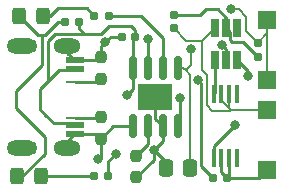
<source format=gbr>
%TF.GenerationSoftware,KiCad,Pcbnew,6.0.11+dfsg-1~bpo11+1*%
%TF.CreationDate,2023-03-12T17:24:38+00:00*%
%TF.ProjectId,tp4056,74703430-3536-42e6-9b69-6361645f7063,rev?*%
%TF.SameCoordinates,Original*%
%TF.FileFunction,Copper,L1,Top*%
%TF.FilePolarity,Positive*%
%FSLAX46Y46*%
G04 Gerber Fmt 4.6, Leading zero omitted, Abs format (unit mm)*
G04 Created by KiCad (PCBNEW 6.0.11+dfsg-1~bpo11+1) date 2023-03-12 17:24:38*
%MOMM*%
%LPD*%
G01*
G04 APERTURE LIST*
G04 Aperture macros list*
%AMRoundRect*
0 Rectangle with rounded corners*
0 $1 Rounding radius*
0 $2 $3 $4 $5 $6 $7 $8 $9 X,Y pos of 4 corners*
0 Add a 4 corners polygon primitive as box body*
4,1,4,$2,$3,$4,$5,$6,$7,$8,$9,$2,$3,0*
0 Add four circle primitives for the rounded corners*
1,1,$1+$1,$2,$3*
1,1,$1+$1,$4,$5*
1,1,$1+$1,$6,$7*
1,1,$1+$1,$8,$9*
0 Add four rect primitives between the rounded corners*
20,1,$1+$1,$2,$3,$4,$5,0*
20,1,$1+$1,$4,$5,$6,$7,0*
20,1,$1+$1,$6,$7,$8,$9,0*
20,1,$1+$1,$8,$9,$2,$3,0*%
G04 Aperture macros list end*
%TA.AperFunction,ComponentPad*%
%ADD10R,1.500000X1.500000*%
%TD*%
%TA.AperFunction,SMDPad,CuDef*%
%ADD11RoundRect,0.160000X-0.160000X0.197500X-0.160000X-0.197500X0.160000X-0.197500X0.160000X0.197500X0*%
%TD*%
%TA.AperFunction,SMDPad,CuDef*%
%ADD12R,3.000000X2.290000*%
%TD*%
%TA.AperFunction,SMDPad,CuDef*%
%ADD13RoundRect,0.150000X0.150000X-0.825000X0.150000X0.825000X-0.150000X0.825000X-0.150000X-0.825000X0*%
%TD*%
%TA.AperFunction,SMDPad,CuDef*%
%ADD14RoundRect,0.160000X-0.197500X-0.160000X0.197500X-0.160000X0.197500X0.160000X-0.197500X0.160000X0*%
%TD*%
%TA.AperFunction,SMDPad,CuDef*%
%ADD15RoundRect,0.155000X-0.155000X0.212500X-0.155000X-0.212500X0.155000X-0.212500X0.155000X0.212500X0*%
%TD*%
%TA.AperFunction,SMDPad,CuDef*%
%ADD16RoundRect,0.237500X-0.237500X0.250000X-0.237500X-0.250000X0.237500X-0.250000X0.237500X0.250000X0*%
%TD*%
%TA.AperFunction,SMDPad,CuDef*%
%ADD17RoundRect,0.250000X0.325000X0.450000X-0.325000X0.450000X-0.325000X-0.450000X0.325000X-0.450000X0*%
%TD*%
%TA.AperFunction,SMDPad,CuDef*%
%ADD18R,0.400000X1.560000*%
%TD*%
%TA.AperFunction,SMDPad,CuDef*%
%ADD19RoundRect,0.250000X0.337500X0.475000X-0.337500X0.475000X-0.337500X-0.475000X0.337500X-0.475000X0*%
%TD*%
%TA.AperFunction,SMDPad,CuDef*%
%ADD20R,1.500000X0.520000*%
%TD*%
%TA.AperFunction,SMDPad,CuDef*%
%ADD21R,1.500000X0.270000*%
%TD*%
%TA.AperFunction,ComponentPad*%
%ADD22O,2.600000X1.300000*%
%TD*%
%TA.AperFunction,ComponentPad*%
%ADD23O,2.300000X1.300000*%
%TD*%
%TA.AperFunction,SMDPad,CuDef*%
%ADD24RoundRect,0.155000X0.212500X0.155000X-0.212500X0.155000X-0.212500X-0.155000X0.212500X-0.155000X0*%
%TD*%
%TA.AperFunction,SMDPad,CuDef*%
%ADD25RoundRect,0.160000X0.197500X0.160000X-0.197500X0.160000X-0.197500X-0.160000X0.197500X-0.160000X0*%
%TD*%
%TA.AperFunction,SMDPad,CuDef*%
%ADD26RoundRect,0.237500X0.237500X-0.250000X0.237500X0.250000X-0.237500X0.250000X-0.237500X-0.250000X0*%
%TD*%
%TA.AperFunction,SMDPad,CuDef*%
%ADD27R,0.650000X1.560000*%
%TD*%
%TA.AperFunction,ViaPad*%
%ADD28C,0.800000*%
%TD*%
%TA.AperFunction,Conductor*%
%ADD29C,0.250000*%
%TD*%
%TA.AperFunction,Conductor*%
%ADD30C,0.200000*%
%TD*%
G04 APERTURE END LIST*
D10*
%TO.P,J7,1,Pin_1*%
%TO.N,BAT+*%
X150990000Y-93049840D03*
%TD*%
%TO.P,J6,1,Pin_1*%
%TO.N,BAT+*%
X150990000Y-87979840D03*
%TD*%
%TO.P,J5,1,Pin_1*%
%TO.N,GND*%
X150990000Y-100680000D03*
%TD*%
%TO.P,J4,1,Pin_1*%
%TO.N,BAT-*%
X150990000Y-95600000D03*
%TD*%
D11*
%TO.P,R5,1*%
%TO.N,BAT+*%
X150190000Y-89870000D03*
%TO.P,R5,2*%
%TO.N,Net-(C2-Pad1)*%
X150190000Y-91065000D03*
%TD*%
D12*
%TO.P,U1,9,PP*%
%TO.N,GND*%
X141510000Y-94480000D03*
D13*
%TO.P,U1,8,CE*%
%TO.N,VIN*%
X139605000Y-92005000D03*
%TO.P,U1,7,~{CHRG}*%
%TO.N,Net-(R1-Pad2)*%
X140875000Y-92005000D03*
%TO.P,U1,6,~{STDBY}*%
%TO.N,Net-(R2-Pad2)*%
X142145000Y-92005000D03*
%TO.P,U1,5,BAT*%
%TO.N,BAT+*%
X143415000Y-92005000D03*
%TO.P,U1,4,VCC*%
%TO.N,VIN*%
X143415000Y-96955000D03*
%TO.P,U1,3,GND*%
%TO.N,GND*%
X142145000Y-96955000D03*
%TO.P,U1,2,PROG*%
%TO.N,Net-(R3-Pad1)*%
X140875000Y-96955000D03*
%TO.P,U1,1,TEMP*%
%TO.N,GND*%
X139605000Y-96955000D03*
%TD*%
D14*
%TO.P,R2,2*%
%TO.N,Net-(R2-Pad2)*%
X137560000Y-87600000D03*
%TO.P,R2,1*%
%TO.N,Net-(D2-Pad1)*%
X136365000Y-87600000D03*
%TD*%
D15*
%TO.P,C2,1*%
%TO.N,Net-(C2-Pad1)*%
X143080000Y-87545000D03*
%TO.P,C2,2*%
%TO.N,BAT-*%
X143080000Y-88680000D03*
%TD*%
D16*
%TO.P,R8,1*%
%TO.N,Net-(P1-PadA8)*%
X136880000Y-96200000D03*
%TO.P,R8,2*%
%TO.N,GND*%
X136880000Y-98025000D03*
%TD*%
D17*
%TO.P,D2,2,A*%
%TO.N,Net-(D1-Pad2)*%
X129945000Y-87610000D03*
%TO.P,D2,1,K*%
%TO.N,Net-(D2-Pad1)*%
X131995000Y-87610000D03*
%TD*%
D18*
%TO.P,U4,1,D*%
%TO.N,unconnected-(U4-Pad1)*%
X148410000Y-94213000D03*
%TO.P,U4,2,S*%
%TO.N,BAT-*%
X147760000Y-94213000D03*
%TO.P,U4,3,S*%
X147100000Y-94213000D03*
%TO.P,U4,4,G*%
%TO.N,/G1*%
X146450000Y-94213000D03*
%TO.P,U4,5,G*%
%TO.N,Net-(U2-Pad3)*%
X146450000Y-99627000D03*
%TO.P,U4,6,S*%
%TO.N,GND*%
X147100000Y-99627000D03*
%TO.P,U4,7,S*%
X147760000Y-99627000D03*
%TO.P,U4,8,D*%
%TO.N,unconnected-(U4-Pad8)*%
X148410000Y-99627000D03*
%TD*%
D19*
%TO.P,C1,2*%
%TO.N,GND*%
X142382500Y-100520000D03*
%TO.P,C1,1*%
%TO.N,BAT+*%
X144457500Y-100520000D03*
%TD*%
D14*
%TO.P,R1,2*%
%TO.N,Net-(R1-Pad2)*%
X137547500Y-101190000D03*
%TO.P,R1,1*%
%TO.N,Net-(D1-Pad1)*%
X136352500Y-101190000D03*
%TD*%
D20*
%TO.P,P1,A1,GND*%
%TO.N,GND*%
X134692000Y-91380000D03*
%TO.P,P1,A4,VBUS*%
%TO.N,VIN*%
X134692000Y-92130000D03*
D21*
%TO.P,P1,A8,SBU1*%
%TO.N,Net-(P1-PadA8)*%
X134692000Y-96230000D03*
D20*
%TO.P,P1,A9,VBUS*%
%TO.N,VIN*%
X134692000Y-96830000D03*
%TO.P,P1,A12,GND*%
%TO.N,GND*%
X134692000Y-97580000D03*
D21*
%TO.P,P1,B8,SBU2*%
%TO.N,Net-(P1-PadB8)*%
X134692000Y-93210000D03*
D22*
%TO.P,P1,S1,SHIELD*%
%TO.N,GND*%
X130240000Y-98800000D03*
X130240000Y-90160000D03*
D23*
X134065000Y-98800000D03*
X134065000Y-90160000D03*
%TD*%
D14*
%TO.P,R6,1*%
%TO.N,/OC*%
X146382121Y-101346000D03*
%TO.P,R6,2*%
%TO.N,GND*%
X147577121Y-101346000D03*
%TD*%
D24*
%TO.P,C3,1*%
%TO.N,VIN*%
X139807500Y-89380000D03*
%TO.P,C3,2*%
%TO.N,GND*%
X138672500Y-89380000D03*
%TD*%
D25*
%TO.P,R9,1*%
%TO.N,VIN*%
X135055000Y-88130000D03*
%TO.P,R9,2*%
%TO.N,Net-(D1-Pad2)*%
X133860000Y-88130000D03*
%TD*%
D26*
%TO.P,R7,1*%
%TO.N,Net-(P1-PadB8)*%
X136920000Y-92930000D03*
%TO.P,R7,2*%
%TO.N,GND*%
X136920000Y-91105000D03*
%TD*%
D17*
%TO.P,D1,2,A*%
%TO.N,Net-(D1-Pad2)*%
X129810000Y-101190000D03*
%TO.P,D1,1,K*%
%TO.N,Net-(D1-Pad1)*%
X131860000Y-101190000D03*
%TD*%
D16*
%TO.P,R3,1*%
%TO.N,Net-(R3-Pad1)*%
X139910000Y-99440000D03*
%TO.P,R3,2*%
%TO.N,GND*%
X139910000Y-101265000D03*
%TD*%
D27*
%TO.P,U2,1,OD*%
%TO.N,/G1*%
X146560000Y-91360000D03*
%TO.P,U2,2,CS*%
%TO.N,/OC*%
X147510000Y-91360000D03*
%TO.P,U2,3,OC*%
%TO.N,Net-(U2-Pad3)*%
X148460000Y-91360000D03*
%TO.P,U2,4,TD*%
%TO.N,unconnected-(U2-Pad4)*%
X148460000Y-88660000D03*
%TO.P,U2,5,VCC*%
%TO.N,Net-(C2-Pad1)*%
X147510000Y-88660000D03*
%TO.P,U2,6,GND*%
%TO.N,BAT-*%
X146560000Y-88660000D03*
%TD*%
D28*
%TO.N,BAT+*%
X147930000Y-87060000D03*
X144505145Y-90449500D03*
%TO.N,/OC*%
X147143886Y-90039278D03*
%TO.N,Net-(U2-Pad3)*%
X149340000Y-92700000D03*
X148230000Y-96850000D03*
%TO.N,/OC*%
X145159500Y-93028743D03*
%TO.N,VIN*%
X143609502Y-94590000D03*
X139100000Y-94280000D03*
%TO.N,GND*%
X141380000Y-99000000D03*
X136650000Y-99770000D03*
X137280000Y-89850000D03*
%TO.N,Net-(R1-Pad2)*%
X140920000Y-89530000D03*
X138180000Y-99280000D03*
%TD*%
D29*
%TO.N,GND*%
X147577121Y-101346000D02*
X150324000Y-101346000D01*
X150324000Y-101346000D02*
X150990000Y-100680000D01*
X147760000Y-99627000D02*
X147760000Y-101163121D01*
X147760000Y-101163121D02*
X147577121Y-101346000D01*
X147100000Y-99627000D02*
X147100000Y-100868879D01*
X147100000Y-100868879D02*
X147577121Y-101346000D01*
%TO.N,/OC*%
X145370000Y-99232000D02*
X145370000Y-93260000D01*
X145370000Y-99232000D02*
X145370000Y-100333879D01*
X145370000Y-100333879D02*
X146382121Y-101346000D01*
D30*
%TO.N,BAT-*%
X150990000Y-95600000D02*
X147930000Y-95600000D01*
X147930000Y-95600000D02*
X147915000Y-95585000D01*
%TO.N,BAT+*%
X150990000Y-87979840D02*
X150990000Y-93049840D01*
X150990000Y-87979840D02*
X150990000Y-89070000D01*
X150990000Y-89070000D02*
X150190000Y-89870000D01*
X147930000Y-87060000D02*
X148565000Y-87060000D01*
X148565000Y-87060000D02*
X149200000Y-87695000D01*
X149200000Y-87695000D02*
X149200000Y-88880000D01*
X149200000Y-88880000D02*
X150190000Y-89870000D01*
X143885000Y-92005000D02*
X143415000Y-92005000D01*
X144460000Y-100517500D02*
X144460000Y-92580000D01*
X144460000Y-92580000D02*
X144080000Y-92200000D01*
X144505145Y-91774855D02*
X144505145Y-90449500D01*
X144080000Y-92200000D02*
X143885000Y-92005000D01*
X144457500Y-100520000D02*
X144460000Y-100517500D01*
X144080000Y-92200000D02*
X144505145Y-91774855D01*
D29*
%TO.N,Net-(C2-Pad1)*%
X147989913Y-89860000D02*
X148610000Y-89860000D01*
X148610000Y-89860000D02*
X148985000Y-89860000D01*
X148985000Y-89860000D02*
X150190000Y-91065000D01*
X147510000Y-88660000D02*
X147810000Y-88960000D01*
X147810000Y-88960000D02*
X147810000Y-89680087D01*
X147810000Y-89680087D02*
X147989913Y-89860000D01*
%TO.N,/OC*%
X147143886Y-90039278D02*
X147143886Y-90043886D01*
X147143886Y-90043886D02*
X147510000Y-90410000D01*
X147510000Y-90410000D02*
X147510000Y-91360000D01*
X147143886Y-90039278D02*
X147143886Y-90255000D01*
%TO.N,Net-(C2-Pad1)*%
X146790000Y-87050000D02*
X147510000Y-87770000D01*
X147510000Y-87770000D02*
X147510000Y-88660000D01*
X145820000Y-87050000D02*
X146790000Y-87050000D01*
X143080000Y-87545000D02*
X145325000Y-87545000D01*
X145325000Y-87545000D02*
X145820000Y-87050000D01*
%TO.N,/G1*%
X146560000Y-91360000D02*
X146560000Y-94103000D01*
X146560000Y-94103000D02*
X146450000Y-94213000D01*
D30*
%TO.N,BAT-*%
X145859500Y-92609500D02*
X145859500Y-95199500D01*
X145859500Y-95199500D02*
X146290000Y-95630000D01*
X145470000Y-92220000D02*
X145859500Y-92609500D01*
X145470000Y-92220000D02*
X145470000Y-92010000D01*
X146290000Y-95630000D02*
X147870000Y-95630000D01*
X147870000Y-95630000D02*
X147915000Y-95585000D01*
D29*
%TO.N,Net-(U2-Pad3)*%
X146450000Y-99627000D02*
X146450000Y-98630000D01*
X146450000Y-98630000D02*
X148230000Y-96850000D01*
X149340000Y-92700000D02*
X149340000Y-92240000D01*
X149340000Y-92240000D02*
X148460000Y-91360000D01*
D30*
%TO.N,BAT-*%
X147915000Y-95585000D02*
X147760000Y-95430000D01*
D29*
%TO.N,/OC*%
X145370000Y-93260000D02*
X145138743Y-93028743D01*
X145138743Y-93028743D02*
X145159500Y-93028743D01*
D30*
%TO.N,BAT-*%
X145470000Y-92010000D02*
X145470000Y-89750000D01*
X145470000Y-89750000D02*
X146560000Y-88660000D01*
X147100000Y-94213000D02*
X147100000Y-94770000D01*
X147100000Y-94770000D02*
X147760000Y-95430000D01*
X147760000Y-95430000D02*
X147760000Y-94213000D01*
X143080000Y-88680000D02*
X144150000Y-89750000D01*
X144150000Y-89750000D02*
X145470000Y-89750000D01*
D29*
%TO.N,VIN*%
X139605000Y-92005000D02*
X139605000Y-93775000D01*
X139605000Y-93775000D02*
X139100000Y-94280000D01*
X143609502Y-94590000D02*
X143609502Y-96760498D01*
X143609502Y-96760498D02*
X143415000Y-96955000D01*
%TO.N,GND*%
X142145000Y-96955000D02*
X141510000Y-96320000D01*
X141510000Y-96320000D02*
X141510000Y-94480000D01*
X139605000Y-96955000D02*
X137950000Y-96955000D01*
X137950000Y-96955000D02*
X136880000Y-98025000D01*
X142145000Y-96955000D02*
X142145000Y-98235000D01*
X142145000Y-98235000D02*
X141380000Y-99000000D01*
X142382500Y-100520000D02*
X142382500Y-100002500D01*
X142382500Y-100002500D02*
X141380000Y-99000000D01*
X141380000Y-99795000D02*
X141380000Y-99000000D01*
X139910000Y-101265000D02*
X141380000Y-99795000D01*
X136880000Y-99540000D02*
X136650000Y-99770000D01*
X136880000Y-98025000D02*
X136880000Y-99540000D01*
X138672500Y-89380000D02*
X137750000Y-89380000D01*
X137750000Y-89380000D02*
X137280000Y-89850000D01*
X136920000Y-90210000D02*
X137280000Y-89850000D01*
X136920000Y-91105000D02*
X136920000Y-90210000D01*
%TO.N,Net-(R3-Pad1)*%
X140875000Y-96955000D02*
X140875000Y-98475000D01*
X140875000Y-98475000D02*
X139910000Y-99440000D01*
%TO.N,Net-(R1-Pad2)*%
X138180000Y-99310000D02*
X138180000Y-99280000D01*
X140920000Y-91960000D02*
X140875000Y-92005000D01*
X140920000Y-89530000D02*
X140920000Y-91960000D01*
X137547500Y-99942500D02*
X138180000Y-99310000D01*
X137547500Y-101190000D02*
X137547500Y-99942500D01*
%TO.N,VIN*%
X139605000Y-92005000D02*
X139605000Y-89582500D01*
X139605000Y-89582500D02*
X139807500Y-89380000D01*
X135525000Y-89185000D02*
X136895000Y-89185000D01*
X136895000Y-89185000D02*
X137620000Y-88460000D01*
X139807500Y-88827500D02*
X139807500Y-89380000D01*
X137620000Y-88460000D02*
X139440000Y-88460000D01*
X139440000Y-88460000D02*
X139807500Y-88827500D01*
%TO.N,Net-(R2-Pad2)*%
X137560000Y-87600000D02*
X140290000Y-87600000D01*
X140290000Y-87600000D02*
X142145000Y-89455000D01*
X142145000Y-89455000D02*
X142145000Y-92005000D01*
%TO.N,Net-(D2-Pad1)*%
X131995000Y-87610000D02*
X132620000Y-87610000D01*
X132620000Y-87610000D02*
X133270000Y-86960000D01*
X133270000Y-86960000D02*
X135725000Y-86960000D01*
X135725000Y-86960000D02*
X136365000Y-87600000D01*
%TO.N,Net-(D1-Pad1)*%
X131860000Y-101190000D02*
X136352500Y-101190000D01*
%TO.N,GND*%
X134692000Y-97580000D02*
X136435000Y-97580000D01*
X136435000Y-97580000D02*
X136880000Y-98025000D01*
X134065000Y-98800000D02*
X134065000Y-98207000D01*
X134065000Y-98207000D02*
X134692000Y-97580000D01*
%TO.N,Net-(P1-PadB8)*%
X134692000Y-93210000D02*
X136640000Y-93210000D01*
X136640000Y-93210000D02*
X136920000Y-92930000D01*
%TO.N,GND*%
X134065000Y-90160000D02*
X134065000Y-90753000D01*
X134065000Y-90753000D02*
X134692000Y-91380000D01*
X134692000Y-91380000D02*
X136645000Y-91380000D01*
X136645000Y-91380000D02*
X136920000Y-91105000D01*
%TO.N,VIN*%
X132215000Y-95985000D02*
X132910000Y-96680000D01*
X131985000Y-93555000D02*
X131720000Y-93820000D01*
X132430000Y-90620000D02*
X132430000Y-93110000D01*
X131720000Y-93820000D02*
X131720000Y-95490000D01*
X132910000Y-96680000D02*
X134285000Y-96680000D01*
X135055000Y-88130000D02*
X135055000Y-88715000D01*
X132430000Y-89770672D02*
X132430000Y-90620000D01*
X133384999Y-92155001D02*
X132430000Y-93110000D01*
X134285000Y-96680000D02*
X134435000Y-96830000D01*
X132860336Y-89340336D02*
X133015673Y-89185000D01*
X134409999Y-92155001D02*
X133384999Y-92155001D01*
X133015673Y-89185000D02*
X135525000Y-89185000D01*
X134435000Y-92130000D02*
X134409999Y-92155001D01*
X132860336Y-89340336D02*
X132430000Y-89770672D01*
X131720000Y-95490000D02*
X132215000Y-95985000D01*
X135055000Y-88715000D02*
X135525000Y-89185000D01*
X132430000Y-93110000D02*
X131985000Y-93555000D01*
%TO.N,Net-(P1-PadA8)*%
X134692000Y-96230000D02*
X136555000Y-96230000D01*
X136555000Y-96230000D02*
X136715000Y-96070000D01*
%TO.N,Net-(D1-Pad2)*%
X131950000Y-91770000D02*
X129710000Y-94010000D01*
X132190000Y-99271827D02*
X130271827Y-101190000D01*
X131950000Y-89230000D02*
X131565000Y-89230000D01*
X131565000Y-89230000D02*
X129945000Y-87610000D01*
X129710000Y-94010000D02*
X129710000Y-95390000D01*
X133280000Y-88130000D02*
X132180000Y-89230000D01*
X132180000Y-89230000D02*
X131950000Y-89230000D01*
X129710000Y-95390000D02*
X132190000Y-97870000D01*
X130271827Y-101190000D02*
X129810000Y-101190000D01*
X132190000Y-97870000D02*
X132190000Y-99271827D01*
X131950000Y-89230000D02*
X131950000Y-91770000D01*
X133860000Y-88130000D02*
X133280000Y-88130000D01*
%TD*%
M02*

</source>
